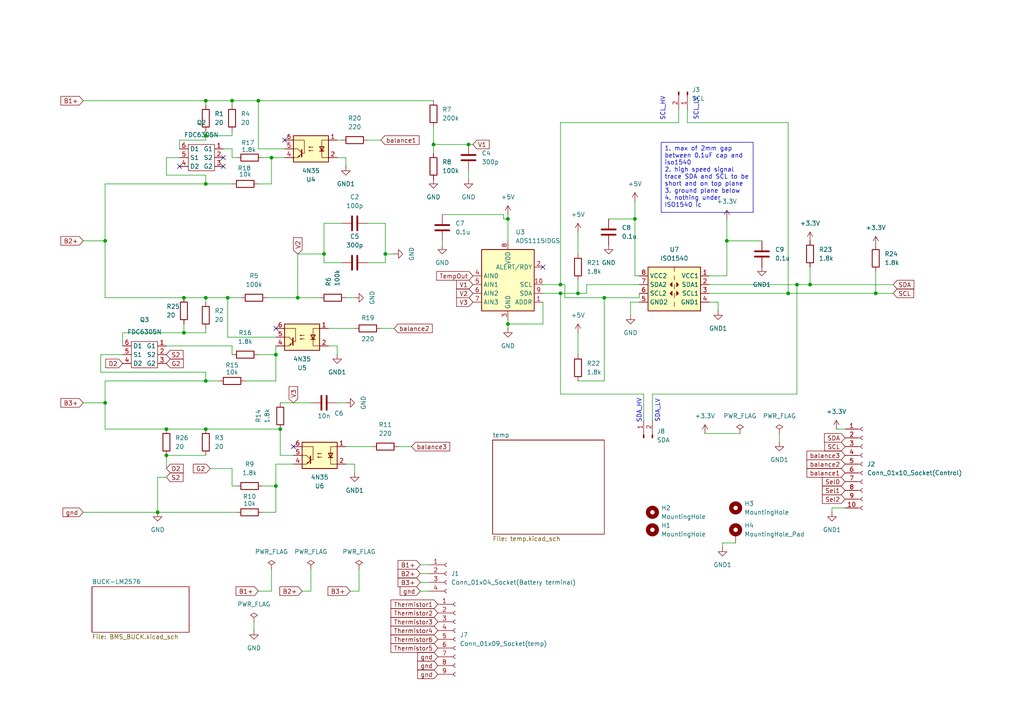
<source format=kicad_sch>
(kicad_sch (version 20231120) (generator "eeschema") (generator_version "8.0")
  (paper "A4")
  (title_block (title "Battery Management System") (rev "V_01"))
  (lib_symbols
    (symbol "Analog_ADC:ADS1115IDGS"
      (property "Reference" "U" (at 2.54 13.97 0))
      (property "Value" "ADS1115IDGS" (at 7.62 11.43 0))
      (symbol "ADS1115IDGS_1_1"
        (pin input line (at 10.16 -5.08 180) (length 2.54) (name "ADDR") (number "1"))
        (pin input line (at 10.16 0 180) (length 2.54) (name "SCL") (number "10"))
        (pin output line (at 10.16 5.08 180) (length 2.54) (name "ALERT/RDY") (number "2"))
        (pin power_in line (at 0 -10.16 90) (length 2.54) (name "GND") (number "3"))
        (pin input line (at -10.16 2.54 0) (length 2.54) (name "AIN0") (number "4"))
        (pin input line (at -10.16 0 0) (length 2.54) (name "AIN1") (number "5"))
        (pin input line (at -10.16 -2.54 0) (length 2.54) (name "AIN2") (number "6"))
        (pin input line (at -10.16 -5.08 0) (length 2.54) (name "AIN3") (number "7"))
        (pin power_in line (at 0 12.7 270) (length 2.54) (name "VDD") (number "8"))
        (pin bidirectional line (at 10.16 -2.54 180) (length 2.54) (name "SDA") (number "9"))
      )
    )
    (symbol "Connector:Conn_01x02_Pin" (pin_names (offset 1.016) hide)
      (property "Reference" "J" (at 0 2.54 0))
      (property "Value" "Conn_01x02_Pin" (at 0 -5.08 0))
      (symbol "Conn_01x02_Pin_1_1"
        (pin passive line (at 5.08 0 180) (length 3.81) (name "Pin_1") (number "1"))
        (pin passive line (at 5.08 -2.54 180) (length 3.81) (name "Pin_2") (number "2"))
      )
    )
    (symbol "Connector:Conn_01x04_Socket" (pin_names (offset 1.016) hide)
      (property "Reference" "J" (at 0 5.08 0))
      (property "Value" "Conn_01x04_Socket" (at 0 -7.62 0))
      (symbol "Conn_01x04_Socket_1_1"
        (pin passive line (at -5.08 2.54 0) (length 3.81) (name "Pin_1") (number "1"))
        (pin passive line (at -5.08 0 0) (length 3.81) (name "Pin_2") (number "2"))
        (pin passive line (at -5.08 -2.54 0) (length 3.81) (name "Pin_3") (number "3"))
        (pin passive line (at -5.08 -5.08 0) (length 3.81) (name "Pin_4") (number "4"))
      )
    )
    (symbol "Connector:Conn_01x09_Socket" (pin_names (offset 1.016) hide)
      (property "Reference" "J" (at 0 12.7 0))
      (property "Value" "Conn_01x09_Socket" (at 0 -12.7 0))
      (symbol "Conn_01x09_Socket_1_1"
        (pin passive line (at -5.08 10.16 0) (length 3.81) (name "Pin_1") (number "1"))
        (pin passive line (at -5.08 7.62 0) (length 3.81) (name "Pin_2") (number "2"))
        (pin passive line (at -5.08 5.08 0) (length 3.81) (name "Pin_3") (number "3"))
        (pin passive line (at -5.08 2.54 0) (length 3.81) (name "Pin_4") (number "4"))
        (pin passive line (at -5.08 0 0) (length 3.81) (name "Pin_5") (number "5"))
        (pin passive line (at -5.08 -2.54 0) (length 3.81) (name "Pin_6") (number "6"))
        (pin passive line (at -5.08 -5.08 0) (length 3.81) (name "Pin_7") (number "7"))
        (pin passive line (at -5.08 -7.62 0) (length 3.81) (name "Pin_8") (number "8"))
        (pin passive line (at -5.08 -10.16 0) (length 3.81) (name "Pin_9") (number "9"))
      )
    )
    (symbol "Connector:Conn_01x10_Socket" (pin_names (offset 1.016) hide)
      (property "Reference" "J" (at 0 12.7 0))
      (property "Value" "Conn_01x10_Socket" (at 0 -15.24 0))
      (symbol "Conn_01x10_Socket_1_1"
        (pin passive line (at -5.08 10.16 0) (length 3.81) (name "Pin_1") (number "1"))
        (pin passive line (at -5.08 -12.7 0) (length 3.81) (name "Pin_10") (number "10"))
        (pin passive line (at -5.08 7.62 0) (length 3.81) (name "Pin_2") (number "2"))
        (pin passive line (at -5.08 5.08 0) (length 3.81) (name "Pin_3") (number "3"))
        (pin passive line (at -5.08 2.54 0) (length 3.81) (name "Pin_4") (number "4"))
        (pin passive line (at -5.08 0 0) (length 3.81) (name "Pin_5") (number "5"))
        (pin passive line (at -5.08 -2.54 0) (length 3.81) (name "Pin_6") (number "6"))
        (pin passive line (at -5.08 -5.08 0) (length 3.81) (name "Pin_7") (number "7"))
        (pin passive line (at -5.08 -7.62 0) (length 3.81) (name "Pin_8") (number "8"))
        (pin passive line (at -5.08 -10.16 0) (length 3.81) (name "Pin_9") (number "9"))
      )
    )
    (symbol "Device:C" (pin_numbers hide) (pin_names (offset 0.254))
      (property "Reference" "C" (at 0.635 2.54 0))
      (property "Value" "C" (at 0.635 -2.54 0))
      (symbol "C_1_1"
        (pin passive line (at 0 3.81 270) (length 2.794) (name "~") (number "1"))
        (pin passive line (at 0 -3.81 90) (length 2.794) (name "~") (number "2"))
      )
    )
    (symbol "Device:R" (pin_numbers hide) (pin_names (offset 0))
      (property "Reference" "R" (at 2.032 0 90))
      (property "Value" "R" (at 0 0 90))
      (symbol "R_1_1"
        (pin passive line (at 0 3.81 270) (length 1.27) (name "~") (number "1"))
        (pin passive line (at 0 -3.81 90) (length 1.27) (name "~") (number "2"))
      )
    )
    (symbol "Isolator:4N35" (pin_names (offset 1.016))
      (property "Reference" "U" (at -5.08 5.08 0))
      (property "Value" "4N35" (at 0 5.08 0))
      (symbol "4N35_1_1"
        (pin passive line (at -7.62 2.54 0) (length 2.54) (name "~") (number "1"))
        (pin passive line (at -7.62 -2.54 0) (length 2.54) (name "~") (number "2"))
        (pin no_connect line (at -5.08 0 0) (length 2.54) hide (name "NC") (number "3"))
        (pin passive line (at 7.62 -2.54 180) (length 2.54) (name "~") (number "4"))
        (pin passive line (at 7.62 0 180) (length 2.54) (name "~") (number "5"))
        (pin passive line (at 7.62 2.54 180) (length 2.54) (name "~") (number "6"))
      )
    )
    (symbol "Isolator:ISO1540"
      (property "Reference" "U" (at -6.35 6.35 0))
      (property "Value" "ISO1540" (at 3.81 6.35 0))
      (symbol "ISO1540_1_1"
        (pin power_in line (at -10.16 2.54 0) (length 2.54) (name "VCC1") (number "1"))
        (pin bidirectional line (at -10.16 0 0) (length 2.54) (name "SDA1") (number "2"))
        (pin bidirectional line (at -10.16 -2.54 0) (length 2.54) (name "SCL1") (number "3"))
        (pin power_in line (at -10.16 -5.08 0) (length 2.54) (name "GND1") (number "4"))
        (pin power_in line (at 10.16 -5.08 180) (length 2.54) (name "GND2") (number "5"))
        (pin bidirectional line (at 10.16 -2.54 180) (length 2.54) (name "SCL2") (number "6"))
        (pin bidirectional line (at 10.16 0 180) (length 2.54) (name "SDA2") (number "7"))
        (pin power_in line (at 10.16 2.54 180) (length 2.54) (name "VCC2") (number "8"))
      )
    )
    (symbol "Mechanical:MountingHole" (pin_names (offset 1.016)) (exclude_from_sim yes) (in_bom no)
      (property "Reference" "H" (at 0 5.08 0))
      (property "Value" "MountingHole" (at 0 3.175 0))
    )
    (symbol "Mechanical:MountingHole_Pad" (pin_numbers hide) (pin_names (offset 1.016) hide) (exclude_from_sim yes) (in_bom no)
      (property "Reference" "H" (at 0 6.35 0))
      (property "Value" "MountingHole_Pad" (at 0 4.445 0))
      (symbol "MountingHole_Pad_1_1"
        (pin input line (at 0 -2.54 90) (length 2.54) (name "1") (number "1"))
      )
    )
    (symbol "custom:FDC6305N"
      (property "Reference" "Q" (at 0 0 0))
      (property "Value" "FDC6305N" (at 0 0 0))
      (symbol "FDC6305N_1_1"
        (pin passive line (at -3.81 -2.54 0) (length 2.54) (name "G1") (number "1"))
        (pin passive line (at -3.81 -5.08 0) (length 2.54) (name "S2") (number "2"))
        (pin passive line (at -3.81 -7.62 0) (length 2.54) (name "G2") (number "3"))
        (pin passive line (at 8.89 -7.62 180) (length 2.54) (name "D2") (number "4"))
        (pin passive line (at 8.89 -5.08 180) (length 2.54) (name "S1") (number "5"))
        (pin passive line (at 8.89 -2.54 180) (length 2.54) (name "D1") (number "6"))
      )
    )
    (symbol "power:+3.3V" (power) (pin_numbers hide) (pin_names (offset 0) hide)
      (property "Value" "+3.3V" (at 0 3.556 0))
      (symbol "+3.3V_1_1"
        (pin power_in line (at 0 0 90) (length 0) (name "~") (number "1"))
      )
    )
    (symbol "power:+5V" (power) (pin_numbers hide) (pin_names (offset 0) hide)
      (property "Value" "+5V" (at 0 3.556 0))
      (symbol "+5V_1_1"
        (pin power_in line (at 0 0 90) (length 0) (name "~") (number "1"))
      )
    )
    (symbol "power:GND" (power) (pin_numbers hide) (pin_names (offset 0) hide)
      (property "Value" "GND" (at 0 -3.81 0))
      (symbol "GND_1_1"
        (pin power_in line (at 0 0 270) (length 0) (name "~") (number "1"))
      )
    )
    (symbol "power:GND1" (power) (pin_numbers hide) (pin_names (offset 0) hide)
      (property "Value" "GND1" (at 0 -3.81 0))
      (symbol "GND1_1_1"
        (pin power_in line (at 0 0 270) (length 0) (name "~") (number "1"))
      )
    )
    (symbol "power:PWR_FLAG" (power) (pin_numbers hide) (pin_names (offset 0) hide)
      (property "Value" "PWR_FLAG" (at 0 3.81 0))
      (symbol "PWR_FLAG_0_0"
        (pin power_out line (at 0 0 90) (length 0) (name "~") (number "1"))
      )
    )
  )
  (junction (at 167.64 85.09))
  (junction (at 30.48 116.84))
  (junction (at 125.73 41.91))
  (junction (at 53.34 96.52))
  (junction (at 147.32 93.98))
  (junction (at 59.69 39.37))
  (junction (at 135.89 41.91))
  (junction (at 67.31 29.21))
  (junction (at 81.28 124.46))
  (junction (at 234.95 82.55))
  (junction (at 93.98 73.66))
  (junction (at 66.04 86.36))
  (junction (at 80.01 102.87))
  (junction (at 86.36 86.36))
  (junction (at 59.69 110.49))
  (junction (at 254 85.09))
  (junction (at 48.26 124.46))
  (junction (at 231.14 82.55))
  (junction (at 59.69 29.21))
  (junction (at 210.82 69.85))
  (junction (at 111.76 73.66))
  (junction (at 59.69 53.34))
  (junction (at 147.32 63.5))
  (junction (at 30.48 69.85))
  (junction (at 74.93 29.21))
  (junction (at 48.26 132.08))
  (junction (at 80.01 140.97))
  (junction (at 175.26 86.36))
  (junction (at 59.69 124.46))
  (junction (at 78.74 45.72))
  (junction (at 184.15 63.5))
  (junction (at 59.69 86.36))
  (junction (at 162.56 82.55))
  (junction (at 162.56 85.09))
  (junction (at 228.6 85.09))
  (junction (at 45.72 148.59))
  (junction (at 53.34 86.36))
  (no_connect (at 82.55 40.64))
  (no_connect (at 64.77 45.72))
  (no_connect (at 85.09 129.54))
  (no_connect (at 64.77 48.26))
  (no_connect (at 157.48 77.47))
  (no_connect (at 52.07 48.26))
  (no_connect (at 80.01 95.25))
  (wire (pts (xy 59.69 38.1) (xy 59.69 39.37)))
  (wire (pts (xy 80.01 100.33) (xy 80.01 102.87)))
  (wire (pts (xy 231.14 82.55) (xy 231.14 114.3)))
  (wire (pts (xy 45.72 148.59) (xy 68.58 148.59)))
  (wire (pts (xy 59.69 124.46) (xy 81.28 124.46)))
  (wire (pts (xy 24.13 148.59) (xy 45.72 148.59)))
  (wire (pts (xy 167.64 110.49) (xy 175.26 110.49)))
  (wire (pts (xy 185.42 86.36) (xy 185.42 85.09)))
  (wire (pts (xy 59.69 107.95) (xy 29.21 107.95)))
  (wire (pts (xy 196.85 31.75) (xy 196.85 35.56)))
  (wire (pts (xy 100.33 134.62) (xy 102.87 134.62)))
  (wire (pts (xy 121.92 166.37) (xy 124.46 166.37)))
  (wire (pts (xy 93.98 64.77) (xy 93.98 73.66)))
  (wire (pts (xy 135.89 52.07) (xy 135.89 49.53)))
  (wire (pts (xy 146.05 63.5) (xy 147.32 63.5)))
  (wire (pts (xy 81.28 124.46) (xy 81.28 132.08)))
  (wire (pts (xy 163.83 86.36) (xy 175.26 86.36)))
  (wire (pts (xy 59.69 107.95) (xy 59.69 110.49)))
  (wire (pts (xy 80.01 140.97) (xy 76.2 140.97)))
  (wire (pts (xy 182.88 91.44) (xy 182.88 87.63)))
  (wire (pts (xy 53.34 96.52) (xy 59.69 96.52)))
  (wire (pts (xy 90.17 171.45) (xy 90.17 165.1)))
  (wire (pts (xy 30.48 110.49) (xy 30.48 116.84)))
  (wire (pts (xy 86.36 73.66) (xy 93.98 73.66)))
  (wire (pts (xy 184.15 58.42) (xy 184.15 63.5)))
  (wire (pts (xy 78.74 171.45) (xy 74.93 171.45)))
  (wire (pts (xy 147.32 92.71) (xy 147.32 93.98)))
  (wire (pts (xy 162.56 82.55) (xy 162.56 35.56)))
  (wire (pts (xy 24.13 29.21) (xy 59.69 29.21)))
  (wire (pts (xy 210.82 69.85) (xy 210.82 63.5)))
  (wire (pts (xy 35.56 96.52) (xy 53.34 96.52)))
  (wire (pts (xy 121.92 168.91) (xy 124.46 168.91)))
  (wire (pts (xy 82.55 43.18) (xy 74.93 43.18)))
  (wire (pts (xy 167.64 81.28) (xy 167.64 85.09)))
  (wire (pts (xy 167.64 67.31) (xy 167.64 73.66)))
  (wire (pts (xy 205.74 85.09) (xy 228.6 85.09)))
  (wire (pts (xy 99.06 76.2) (xy 93.98 76.2)))
  (wire (pts (xy 146.05 62.23) (xy 128.27 62.23)))
  (wire (pts (xy 59.69 29.21) (xy 67.31 29.21)))
  (wire (pts (xy 189.23 121.92) (xy 189.23 114.3)))
  (wire (pts (xy 208.28 90.17) (xy 208.28 87.63)))
  (wire (pts (xy 147.32 63.5) (xy 147.32 62.23)))
  (wire (pts (xy 184.15 63.5) (xy 184.15 80.01)))
  (wire (pts (xy 30.48 53.34) (xy 30.48 69.85)))
  (wire (pts (xy 53.34 93.98) (xy 53.34 96.52)))
  (wire (pts (xy 254 85.09) (xy 259.08 85.09)))
  (wire (pts (xy 71.12 110.49) (xy 80.01 110.49)))
  (wire (pts (xy 147.32 63.5) (xy 147.32 69.85)))
  (wire (pts (xy 24.13 116.84) (xy 30.48 116.84)))
  (wire (pts (xy 85.09 134.62) (xy 80.01 134.62)))
  (wire (pts (xy 209.55 158.75) (xy 209.55 157.48)))
  (wire (pts (xy 66.04 97.79) (xy 80.01 97.79)))
  (wire (pts (xy 64.77 43.18) (xy 67.31 43.18)))
  (wire (pts (xy 74.93 29.21) (xy 125.73 29.21)))
  (wire (pts (xy 35.56 100.33) (xy 35.56 96.52)))
  (wire (pts (xy 73.66 180.34) (xy 73.66 182.88)))
  (wire (pts (xy 29.21 102.87) (xy 35.56 102.87)))
  (wire (pts (xy 100.33 129.54) (xy 107.95 129.54)))
  (wire (pts (xy 106.68 76.2) (xy 111.76 76.2)))
  (wire (pts (xy 66.04 86.36) (xy 69.85 86.36)))
  (wire (pts (xy 78.74 53.34) (xy 78.74 45.72)))
  (wire (pts (xy 111.76 64.77) (xy 111.76 73.66)))
  (wire (pts (xy 189.23 114.3) (xy 231.14 114.3)))
  (wire (pts (xy 80.01 148.59) (xy 76.2 148.59)))
  (wire (pts (xy 208.28 87.63) (xy 205.74 87.63)))
  (wire (pts (xy 205.74 82.55) (xy 231.14 82.55)))
  (wire (pts (xy 199.39 35.56) (xy 228.6 35.56)))
  (wire (pts (xy 74.93 102.87) (xy 80.01 102.87)))
  (wire (pts (xy 186.69 121.92) (xy 186.69 114.3)))
  (wire (pts (xy 67.31 29.21) (xy 74.93 29.21)))
  (wire (pts (xy 241.3 148.59) (xy 241.3 147.32)))
  (wire (pts (xy 175.26 86.36) (xy 185.42 86.36)))
  (wire (pts (xy 100.33 86.36) (xy 102.87 86.36)))
  (wire (pts (xy 184.15 80.01) (xy 185.42 80.01)))
  (wire (pts (xy 59.69 110.49) (xy 63.5 110.49)))
  (wire (pts (xy 170.18 85.09) (xy 170.18 82.55)))
  (wire (pts (xy 59.69 40.64) (xy 52.07 40.64)))
  (wire (pts (xy 59.69 50.8) (xy 59.69 53.34)))
  (wire (pts (xy 104.14 171.45) (xy 104.14 165.1)))
  (wire (pts (xy 182.88 87.63) (xy 185.42 87.63)))
  (wire (pts (xy 45.72 138.43) (xy 45.72 148.59)))
  (wire (pts (xy 175.26 110.49) (xy 175.26 86.36)))
  (wire (pts (xy 231.14 82.55) (xy 234.95 82.55)))
  (wire (pts (xy 59.69 86.36) (xy 59.69 87.63)))
  (wire (pts (xy 80.01 140.97) (xy 80.01 148.59)))
  (wire (pts (xy 59.69 53.34) (xy 67.31 53.34)))
  (wire (pts (xy 167.64 96.52) (xy 167.64 102.87)))
  (wire (pts (xy 234.95 82.55) (xy 259.08 82.55)))
  (wire (pts (xy 95.25 95.25) (xy 102.87 95.25)))
  (wire (pts (xy 115.57 129.54) (xy 119.38 129.54)))
  (wire (pts (xy 97.79 40.64) (xy 99.06 40.64)))
  (wire (pts (xy 106.68 40.64) (xy 110.49 40.64)))
  (wire (pts (xy 53.34 86.36) (xy 59.69 86.36)))
  (wire (pts (xy 135.89 41.91) (xy 137.16 41.91)))
  (wire (pts (xy 162.56 114.3) (xy 186.69 114.3)))
  (wire (pts (xy 111.76 76.2) (xy 111.76 73.66)))
  (wire (pts (xy 48.26 100.33) (xy 67.31 100.33)))
  (wire (pts (xy 74.93 53.34) (xy 78.74 53.34)))
  (wire (pts (xy 67.31 43.18) (xy 67.31 45.72)))
  (wire (pts (xy 30.48 86.36) (xy 53.34 86.36)))
  (wire (pts (xy 29.21 107.95) (xy 29.21 102.87)))
  (wire (pts (xy 100.33 45.72) (xy 100.33 48.26)))
  (wire (pts (xy 167.64 85.09) (xy 170.18 85.09)))
  (wire (pts (xy 30.48 124.46) (xy 48.26 124.46)))
  (wire (pts (xy 170.18 82.55) (xy 185.42 82.55)))
  (wire (pts (xy 52.07 45.72) (xy 48.26 45.72)))
  (wire (pts (xy 128.27 69.85) (xy 128.27 71.12)))
  (wire (pts (xy 121.92 163.83) (xy 124.46 163.83)))
  (wire (pts (xy 162.56 85.09) (xy 167.64 85.09)))
  (wire (pts (xy 48.26 50.8) (xy 59.69 50.8)))
  (wire (pts (xy 59.69 53.34) (xy 30.48 53.34)))
  (wire (pts (xy 87.63 171.45) (xy 90.17 171.45)))
  (wire (pts (xy 162.56 82.55) (xy 163.83 82.55)))
  (wire (pts (xy 67.31 140.97) (xy 67.31 135.89)))
  (wire (pts (xy 162.56 35.56) (xy 196.85 35.56)))
  (wire (pts (xy 163.83 82.55) (xy 163.83 86.36)))
  (wire (pts (xy 48.26 138.43) (xy 45.72 138.43)))
  (wire (pts (xy 106.68 64.77) (xy 111.76 64.77)))
  (wire (pts (xy 97.79 45.72) (xy 100.33 45.72)))
  (wire (pts (xy 147.32 93.98) (xy 147.32 95.25)))
  (wire (pts (xy 81.28 132.08) (xy 85.09 132.08)))
  (wire (pts (xy 66.04 86.36) (xy 66.04 97.79)))
  (wire (pts (xy 125.73 36.83) (xy 125.73 41.91)))
  (wire (pts (xy 48.26 132.08) (xy 59.69 132.08)))
  (wire (pts (xy 125.73 41.91) (xy 125.73 44.45)))
  (wire (pts (xy 59.69 95.25) (xy 59.69 96.52)))
  (wire (pts (xy 80.01 102.87) (xy 80.01 110.49)))
  (wire (pts (xy 157.48 82.55) (xy 162.56 82.55)))
  (wire (pts (xy 157.48 85.09) (xy 162.56 85.09)))
  (wire (pts (xy 59.69 39.37) (xy 59.69 40.64)))
  (wire (pts (xy 24.13 69.85) (xy 30.48 69.85)))
  (wire (pts (xy 242.57 124.46) (xy 245.11 124.46)))
  (wire (pts (xy 67.31 30.48) (xy 67.31 29.21)))
  (wire (pts (xy 30.48 116.84) (xy 30.48 124.46)))
  (wire (pts (xy 67.31 100.33) (xy 67.31 102.87)))
  (wire (pts (xy 110.49 95.25) (xy 114.3 95.25)))
  (wire (pts (xy 204.47 125.73) (xy 214.63 125.73)))
  (wire (pts (xy 59.69 29.21) (xy 59.69 30.48)))
  (wire (pts (xy 226.06 125.73) (xy 226.06 128.27)))
  (wire (pts (xy 59.69 110.49) (xy 30.48 110.49)))
  (wire (pts (xy 210.82 80.01) (xy 210.82 69.85)))
  (wire (pts (xy 228.6 85.09) (xy 254 85.09)))
  (wire (pts (xy 228.6 85.09) (xy 228.6 35.56)))
  (wire (pts (xy 102.87 134.62) (xy 102.87 137.16)))
  (wire (pts (xy 76.2 45.72) (xy 78.74 45.72)))
  (wire (pts (xy 121.92 171.45) (xy 124.46 171.45)))
  (wire (pts (xy 95.25 100.33) (xy 97.79 100.33)))
  (wire (pts (xy 125.73 41.91) (xy 135.89 41.91)))
  (wire (pts (xy 101.6 171.45) (xy 104.14 171.45)))
  (wire (pts (xy 241.3 147.32) (xy 245.11 147.32)))
  (wire (pts (xy 48.26 132.08) (xy 48.26 135.89)))
  (wire (pts (xy 210.82 69.85) (xy 220.98 69.85)))
  (wire (pts (xy 162.56 85.09) (xy 162.56 114.3)))
  (wire (pts (xy 48.26 45.72) (xy 48.26 50.8)))
  (wire (pts (xy 80.01 134.62) (xy 80.01 140.97)))
  (wire (pts (xy 254 78.74) (xy 254 85.09)))
  (wire (pts (xy 93.98 73.66) (xy 93.98 76.2)))
  (wire (pts (xy 68.58 140.97) (xy 67.31 140.97)))
  (wire (pts (xy 30.48 69.85) (xy 30.48 86.36)))
  (wire (pts (xy 199.39 31.75) (xy 199.39 35.56)))
  (wire (pts (xy 157.48 87.63) (xy 157.48 93.98)))
  (wire (pts (xy 67.31 38.1) (xy 67.31 39.37)))
  (wire (pts (xy 205.74 80.01) (xy 210.82 80.01)))
  (wire (pts (xy 78.74 45.72) (xy 82.55 45.72)))
  (wire (pts (xy 74.93 43.18) (xy 74.93 29.21)))
  (wire (pts (xy 93.98 64.77) (xy 99.06 64.77)))
  (wire (pts (xy 176.53 63.5) (xy 184.15 63.5)))
  (wire (pts (xy 97.79 100.33) (xy 97.79 102.87)))
  (wire (pts (xy 48.26 124.46) (xy 59.69 124.46)))
  (wire (pts (xy 111.76 73.66) (xy 114.3 73.66)))
  (wire (pts (xy 234.95 77.47) (xy 234.95 82.55)))
  (wire (pts (xy 67.31 135.89) (xy 60.96 135.89)))
  (wire (pts (xy 77.47 86.36) (xy 86.36 86.36)))
  (wire (pts (xy 86.36 73.66) (xy 86.36 86.36)))
  (wire (pts (xy 146.05 63.5) (xy 146.05 62.23)))
  (wire (pts (xy 67.31 45.72) (xy 68.58 45.72)))
  (wire (pts (xy 86.36 86.36) (xy 92.71 86.36)))
  (wire (pts (xy 59.69 86.36) (xy 66.04 86.36)))
  (wire (pts (xy 81.28 116.84) (xy 90.17 116.84)))
  (wire (pts (xy 97.79 116.84) (xy 100.33 116.84)))
  (wire (pts (xy 78.74 165.1) (xy 78.74 171.45)))
  (wire (pts (xy 157.48 93.98) (xy 147.32 93.98)))
  (wire (pts (xy 213.36 157.48) (xy 209.55 157.48)))
  (wire (pts (xy 59.69 39.37) (xy 67.31 39.37)))
  (wire (pts (xy 52.07 40.64) (xy 52.07 43.18)))
  (text_box "1. max of 2mm gap between 0.1uF cap and iso1540\n2. high speed signal trace SDA and SCL to be short and on top plane\n3. ground plane below\n4. nothing under ISO1540 ic\n" (at 191.77 41.275 0) (size 26.67 20.32) (effects (font (size 1.27 1.27)) (justify left top)))
  (text "SDA_HV\n" (at 185.42 119.126 90) (effects (font (size 1.27 1.27))))
  (text "SCL_LV\n" (at 201.93 31.496 90) (effects (font (size 1.27 1.27))))
  (text "SDA_LV" (at 190.754 119.126 90) (effects (font (size 1.27 1.27))))
  (text "SCL_HV" (at 192.278 31.496 90) (effects (font (size 1.27 1.27))))
  (global_label "Thermistor3" (shape input) (at 127 180.34 180) (property "Intersheetrefs" "${INTERSHEET_REFS}" (effects (hide yes))))
  (global_label "D2" (shape input) (at 48.26 135.89 0) (property "Intersheetrefs" "${INTERSHEET_REFS}" (effects (hide yes))))
  (global_label "B3+" (shape input) (at 24.13 116.84 180) (property "Intersheetrefs" "${INTERSHEET_REFS}" (effects (hide yes))))
  (global_label "G2" (shape input) (at 48.26 105.41 0) (property "Intersheetrefs" "${INTERSHEET_REFS}" (effects (hide yes))))
  (global_label "gnd" (shape input) (at 127 193.04 180) (property "Intersheetrefs" "${INTERSHEET_REFS}" (effects (hide yes))))
  (global_label "SDA" (shape input) (at 245.11 127 180) (property "Intersheetrefs" "${INTERSHEET_REFS}" (effects (hide yes))))
  (global_label "Thermistor5" (shape input) (at 127 187.96 180) (property "Intersheetrefs" "${INTERSHEET_REFS}" (effects (hide yes))))
  (global_label "gnd" (shape input) (at 127 190.5 180) (property "Intersheetrefs" "${INTERSHEET_REFS}" (effects (hide yes))))
  (global_label "V2" (shape input) (at 137.16 85.09 180) (property "Intersheetrefs" "${INTERSHEET_REFS}" (effects (hide yes))))
  (global_label "V1" (shape input) (at 137.16 82.55 180) (property "Intersheetrefs" "${INTERSHEET_REFS}" (effects (hide yes))))
  (global_label "gnd" (shape input) (at 127 195.58 180) (property "Intersheetrefs" "${INTERSHEET_REFS}" (effects (hide yes))))
  (global_label "balance3" (shape input) (at 245.11 132.08 180) (property "Intersheetrefs" "${INTERSHEET_REFS}" (effects (hide yes))))
  (global_label "Sel1" (shape input) (at 245.11 142.24 180) (property "Intersheetrefs" "${INTERSHEET_REFS}" (effects (hide yes))))
  (global_label "Thermistor2" (shape input) (at 127 177.8 180) (property "Intersheetrefs" "${INTERSHEET_REFS}" (effects (hide yes))))
  (global_label "TempOut" (shape input) (at 137.16 80.01 180) (property "Intersheetrefs" "${INTERSHEET_REFS}" (effects (hide yes))))
  (global_label "B2+" (shape input) (at 24.13 69.85 180) (property "Intersheetrefs" "${INTERSHEET_REFS}" (effects (hide yes))))
  (global_label "gnd" (shape input) (at 121.92 171.45 180) (property "Intersheetrefs" "${INTERSHEET_REFS}" (effects (hide yes))))
  (global_label "B2+" (shape input) (at 87.63 171.45 180) (property "Intersheetrefs" "${INTERSHEET_REFS}" (effects (hide yes))))
  (global_label "B3+" (shape input) (at 121.92 168.91 180) (property "Intersheetrefs" "${INTERSHEET_REFS}" (effects (hide yes))))
  (global_label "SCL" (shape input) (at 245.11 129.54 180) (property "Intersheetrefs" "${INTERSHEET_REFS}" (effects (hide yes))))
  (global_label "D2" (shape input) (at 35.56 105.41 180) (property "Intersheetrefs" "${INTERSHEET_REFS}" (effects (hide yes))))
  (global_label "Thermistor1" (shape input) (at 127 175.26 180) (property "Intersheetrefs" "${INTERSHEET_REFS}" (effects (hide yes))))
  (global_label "Sel0" (shape input) (at 245.11 139.7 180) (property "Intersheetrefs" "${INTERSHEET_REFS}" (effects (hide yes))))
  (global_label "B1+" (shape input) (at 24.13 29.21 180) (property "Intersheetrefs" "${INTERSHEET_REFS}" (effects (hide yes))))
  (global_label "Sel2" (shape input) (at 245.11 144.78 180) (property "Intersheetrefs" "${INTERSHEET_REFS}" (effects (hide yes))))
  (global_label "balance2" (shape input) (at 114.3 95.25 0) (property "Intersheetrefs" "${INTERSHEET_REFS}" (effects (hide yes))))
  (global_label "SCL" (shape input) (at 259.08 85.09 0) (property "Intersheetrefs" "${INTERSHEET_REFS}" (effects (hide yes))))
  (global_label "B1+" (shape input) (at 121.92 163.83 180) (property "Intersheetrefs" "${INTERSHEET_REFS}" (effects (hide yes))))
  (global_label "balance3" (shape input) (at 119.38 129.54 0) (property "Intersheetrefs" "${INTERSHEET_REFS}" (effects (hide yes))))
  (global_label "B3+" (shape input) (at 101.6 171.45 180) (property "Intersheetrefs" "${INTERSHEET_REFS}" (effects (hide yes))))
  (global_label "S2" (shape input) (at 48.26 102.87 0) (property "Intersheetrefs" "${INTERSHEET_REFS}" (effects (hide yes))))
  (global_label "B1+" (shape input) (at 74.93 171.45 180) (property "Intersheetrefs" "${INTERSHEET_REFS}" (effects (hide yes))))
  (global_label "V2" (shape input) (at 86.36 73.66 90) (property "Intersheetrefs" "${INTERSHEET_REFS}" (effects (hide yes))))
  (global_label "balance2" (shape input) (at 245.11 134.62 180) (property "Intersheetrefs" "${INTERSHEET_REFS}" (effects (hide yes))))
  (global_label "balance1" (shape input) (at 110.49 40.64 0) (property "Intersheetrefs" "${INTERSHEET_REFS}" (effects (hide yes))))
  (global_label "Thermistor6" (shape input) (at 127 185.42 180) (property "Intersheetrefs" "${INTERSHEET_REFS}" (effects (hide yes))))
  (global_label "S2" (shape input) (at 48.26 138.43 0) (property "Intersheetrefs" "${INTERSHEET_REFS}" (effects (hide yes))))
  (global_label "Thermistor4" (shape input) (at 127 182.88 180) (property "Intersheetrefs" "${INTERSHEET_REFS}" (effects (hide yes))))
  (global_label "G2" (shape input) (at 60.96 135.89 180) (property "Intersheetrefs" "${INTERSHEET_REFS}" (effects (hide yes))))
  (global_label "V1" (shape input) (at 137.16 41.91 0) (property "Intersheetrefs" "${INTERSHEET_REFS}" (effects (hide yes))))
  (global_label "V3" (shape input) (at 137.16 87.63 180) (property "Intersheetrefs" "${INTERSHEET_REFS}" (effects (hide yes))))
  (global_label "gnd" (shape input) (at 24.13 148.59 180) (property "Intersheetrefs" "${INTERSHEET_REFS}" (effects (hide yes))))
  (global_label "balance1" (shape input) (at 245.11 137.16 180) (property "Intersheetrefs" "${INTERSHEET_REFS}" (effects (hide yes))))
  (global_label "SDA" (shape input) (at 259.08 82.55 0) (property "Intersheetrefs" "${INTERSHEET_REFS}" (effects (hide yes))))
  (global_label "V3" (shape input) (at 85.09 116.84 90) (property "Intersheetrefs" "${INTERSHEET_REFS}" (effects (hide yes))))
  (global_label "B2+" (shape input) (at 121.92 166.37 180) (property "Intersheetrefs" "${INTERSHEET_REFS}" (effects (hide yes))))
  (symbol (lib_id "power:GND1") (at 220.98 77.47 0) (unit 1)
    (property "Reference" "#PWR021" (effects (hide yes)))
    (property "Value" "GND1" (at 220.98 82.55 0))
    (property "Description" "Power symbol creates a global label with name \"GND1\" , ground" (effects (hide yes)))
  )
  (symbol (lib_id "Device:R") (at 67.31 34.29 0) (unit 1)
    (property "Reference" "R4" (at 69.85 33.0199 0) (effects (justify left)))
    (property "Value" "20" (at 69.85 35.5599 0) (effects (justify left)))
    (property "Footprint" "Resistor_SMD:R_2512_6332Metric_Pad1.40x3.35mm_HandSolder" (effects (hide yes)))
    (property "Description" "Resistor" (effects (hide yes)))
  )
  (symbol (lib_id "power:+5V") (at 184.15 58.42 0) (unit 1)
    (property "Reference" "#PWR017" (effects (hide yes)))
    (property "Value" "+5V" (at 184.15 53.34 0))
    (property "Description" "Power symbol creates a global label with name \"+5V\"" (effects (hide yes)))
  )
  (symbol (lib_id "Device:C") (at 102.87 76.2 90) (unit 1)
    (property "Reference" "C5" (at 102.87 68.58 90))
    (property "Value" "300p" (at 102.87 71.12 90))
    (property "Footprint" "Capacitor_SMD:C_0805_2012Metric_Pad1.18x1.45mm_HandSolder" (effects (hide yes)))
    (property "Description" "Unpolarized capacitor" (effects (hide yes)))
  )
  (symbol (lib_id "power:GND") (at 135.89 52.07 0) (unit 1)
    (property "Reference" "#PWR012" (effects (hide yes)))
    (property "Value" "GND" (at 135.89 57.15 0))
    (property "Description" "Power symbol creates a global label with name \"GND\" , ground" (effects (hide yes)))
  )
  (symbol (lib_id "Connector:Conn_01x02_Pin") (at 199.39 26.67 270) (unit 1)
    (property "Reference" "J3" (at 200.66 26.0349 90) (effects (justify left)))
    (property "Value" "SCL" (at 200.66 28.5749 90) (effects (justify left)))
    (property "Footprint" "Connector_PinHeader_2.54mm:PinHeader_1x02_P2.54mm_Vertical" (effects (hide yes)))
    (property "Description" "Generic connector, single row, 01x02, script generated" (effects (hide yes)))
  )
  (symbol (lib_id "custom:FDC6305N") (at 60.96 40.64 0) (mirror y) (unit 1)
    (property "Reference" "Q2" (at 58.42 35.56 0))
    (property "Value" "FDC6305N" (at 58.42 39.116 0))
    (property "Footprint" "Package_TO_SOT_SMD:SuperSOT-6" (effects (hide yes)))
    (property "Datasheet" "https://www.mouser.in/datasheet/2/308/1/FDC6305N_D-2311998.pdf" (effects (hide yes)))
  )
  (symbol (lib_id "Device:R") (at 73.66 86.36 90) (unit 1)
    (property "Reference" "R5" (at 73.66 80.01 90))
    (property "Value" "100k" (at 73.66 82.55 90))
    (property "Footprint" "Resistor_SMD:R_0805_2012Metric_Pad1.20x1.40mm_HandSolder" (effects (hide yes)))
    (property "Description" "Resistor" (effects (hide yes)))
  )
  (symbol (lib_id "power:GND1") (at 102.87 137.16 0) (unit 1)
    (property "Reference" "#PWR011" (effects (hide yes)))
    (property "Value" "GND1" (at 102.87 142.24 0))
    (property "Description" "Power symbol creates a global label with name \"GND1\" , ground" (effects (hide yes)))
  )
  (symbol (lib_id "power:PWR_FLAG") (at 73.66 180.34 0) (unit 1)
    (property "Reference" "#FLG05" (effects (hide yes)))
    (property "Value" "PWR_FLAG" (at 73.66 175.26 0))
    (property "Description" "Special symbol for telling ERC where power comes from" (effects (hide yes)))
  )
  (symbol (lib_id "power:GND") (at 73.66 182.88 0) (unit 1)
    (property "Reference" "#PWR031" (effects (hide yes)))
    (property "Value" "GND" (at 73.66 187.96 0))
    (property "Description" "Power symbol creates a global label with name \"GND\" , ground" (effects (hide yes)))
  )
  (symbol (lib_id "power:PWR_FLAG") (at 104.14 165.1 0) (unit 1)
    (property "Reference" "#FLG03" (effects (hide yes)))
    (property "Value" "PWR_FLAG" (at 104.14 160.02 0))
    (property "Description" "Special symbol for telling ERC where power comes from" (effects (hide yes)))
  )
  (symbol (lib_id "Connector:Conn_01x10_Socket") (at 250.19 134.62 0) (unit 1)
    (property "Reference" "J2" (at 251.46 134.6199 0) (effects (justify left)))
    (property "Value" "Conn_01x10_Socket(Control)" (at 251.46 137.1599 0) (effects (justify left)))
    (property "Footprint" "Connector_JST:JST_XH_S10B-XH-A-1_1x10_P2.50mm_Horizontal" (effects (hide yes)))
    (property "Description" "Generic connector, single row, 01x10, script generated" (effects (hide yes)))
  )
  (symbol (lib_id "power:GND1") (at 226.06 128.27 0) (unit 1)
    (property "Reference" "#PWR032" (effects (hide yes)))
    (property "Value" "GND1" (at 226.06 133.35 0))
    (property "Description" "Power symbol creates a global label with name \"GND1\" , ground" (effects (hide yes)))
  )
  (symbol (lib_id "power:GND1") (at 208.28 90.17 0) (unit 1)
    (property "Reference" "#PWR022" (effects (hide yes)))
    (property "Value" "GND1" (at 208.28 95.25 0))
    (property "Description" "Power symbol creates a global label with name \"GND1\" , ground" (effects (hide yes)))
  )
  (symbol (lib_id "Mechanical:MountingHole") (at 189.23 153.67 0) (unit 1) (exclude_from_sim yes) (in_bom no)
    (property "Reference" "H1" (at 191.77 152.3999 0) (effects (justify left)))
    (property "Value" "MountingHole" (at 191.77 154.9399 0) (effects (justify left)))
    (property "Footprint" "MountingHole:MountingHole_3.2mm_M3" (effects (hide yes)))
    (property "Description" "Mounting Hole without connection" (effects (hide yes)))
  )
  (symbol (lib_id "Device:R") (at 53.34 90.17 0) (unit 1)
    (property "Reference" "R25" (at 48.26 88.9 0) (effects (justify left)))
    (property "Value" "20" (at 48.26 91.44 0) (effects (justify left)))
    (property "Footprint" "Resistor_SMD:R_2512_6332Metric_Pad1.40x3.35mm_HandSolder" (effects (hide yes)))
    (property "Description" "Resistor" (effects (hide yes)))
  )
  (symbol (lib_id "power:GND1") (at 100.33 48.26 0) (unit 1)
    (property "Reference" "#PWR014" (effects (hide yes)))
    (property "Value" "GND1" (at 100.33 53.34 0))
    (property "Description" "Power symbol creates a global label with name \"GND1\" , ground" (effects (hide yes)))
  )
  (symbol (lib_id "Device:C") (at 135.89 45.72 0) (unit 1)
    (property "Reference" "C4" (at 139.7 44.4499 0) (effects (justify left)))
    (property "Value" "300p" (at 139.7 46.9899 0) (effects (justify left)))
    (property "Footprint" "Capacitor_SMD:C_0805_2012Metric_Pad1.18x1.45mm_HandSolder" (effects (hide yes)))
    (property "Description" "Unpolarized capacitor" (effects (hide yes)))
  )
  (symbol (lib_id "custom:FDC6305N") (at 44.45 97.79 0) (mirror y) (unit 1)
    (property "Reference" "Q3" (at 41.91 92.71 0))
    (property "Value" "FDC6305N" (at 41.91 96.266 0))
    (property "Footprint" "Package_TO_SOT_SMD:SuperSOT-6" (effects (hide yes)))
    (property "Datasheet" "https://www.mouser.in/datasheet/2/308/1/FDC6305N_D-2311998.pdf" (effects (hide yes)))
  )
  (symbol (lib_id "Device:R") (at 125.73 48.26 0) (unit 1)
    (property "Reference" "R8" (at 128.27 46.9899 0) (effects (justify left)))
    (property "Value" "100k" (at 128.27 49.5299 0) (effects (justify left)))
    (property "Footprint" "Resistor_SMD:R_0805_2012Metric_Pad1.20x1.40mm_HandSolder" (effects (hide yes)))
    (property "Description" "Resistor" (effects (hide yes)))
  )
  (symbol (lib_id "Device:C") (at 176.53 67.31 0) (unit 1)
    (property "Reference" "C8" (at 180.34 66.0399 0) (effects (justify left)))
    (property "Value" "0.1u" (at 180.34 68.5799 0) (effects (justify left)))
    (property "Footprint" "Capacitor_SMD:C_0603_1608Metric_Pad1.08x0.95mm_HandSolder" (effects (hide yes)))
    (property "Description" "Unpolarized capacitor" (effects (hide yes)))
  )
  (symbol (lib_id "Mechanical:MountingHole_Pad") (at 213.36 154.94 0) (unit 1) (exclude_from_sim yes) (in_bom no)
    (property "Reference" "H4" (at 215.9 152.3999 0) (effects (justify left)))
    (property "Value" "MountingHole_Pad" (at 215.9 154.9399 0) (effects (justify left)))
    (property "Footprint" "MountingHole:MountingHole_3.2mm_M3_DIN965_Pad" (effects (hide yes)))
    (property "Description" "Mounting Hole with connection" (effects (hide yes)))
  )
  (symbol (lib_id "Device:R") (at 254 74.93 180) (unit 1)
    (property "Reference" "R24" (at 256.54 73.6599 0) (effects (justify right)))
    (property "Value" "1.8k" (at 256.54 76.1999 0) (effects (justify right)))
    (property "Footprint" "Resistor_SMD:R_0805_2012Metric_Pad1.20x1.40mm_HandSolder" (effects (hide yes)))
    (property "Description" "Resistor" (effects (hide yes)))
  )
  (symbol (lib_id "Isolator:4N35") (at 90.17 43.18 0) (mirror y) (unit 1)
    (property "Reference" "U4" (at 90.17 52.07 0))
    (property "Value" "4N35" (at 90.17 49.53 0))
    (property "Footprint" "Package_DIP:DIP-6_W7.62mm" (effects (hide yes)))
    (property "Datasheet" "https://www.vishay.com/docs/81181/4n35.pdf" (effects (hide yes)))
    (property "Description" "Optocoupler, Phototransistor Output, with Base Connection, Vce 70V, CTR 100%, Viso 5000V, DIP6" (effects (hide yes)))
  )
  (symbol (lib_id "Device:R") (at 59.69 91.44 0) (unit 1)
    (property "Reference" "R2" (at 62.23 90.1699 0) (effects (justify left)))
    (property "Value" "20" (at 62.23 92.7099 0) (effects (justify left)))
    (property "Footprint" "Resistor_SMD:R_2512_6332Metric_Pad1.40x3.35mm_HandSolder" (effects (hide yes)))
    (property "Description" "Resistor" (effects (hide yes)))
  )
  (symbol (lib_id "power:+3.3V") (at 204.47 125.73 0) (unit 1)
    (property "Reference" "#PWR028" (effects (hide yes)))
    (property "Value" "+3.3V" (at 204.47 120.65 0))
    (property "Description" "Power symbol creates a global label with name \"+3.3V\"" (effects (hide yes)))
  )
  (symbol (lib_id "power:GND1") (at 97.79 102.87 0) (unit 1)
    (property "Reference" "#PWR01" (effects (hide yes)))
    (property "Value" "GND1" (at 97.79 107.95 0))
    (property "Description" "Power symbol creates a global label with name \"GND1\" , ground" (effects (hide yes)))
  )
  (symbol (lib_id "Connector:Conn_01x04_Socket") (at 129.54 166.37 0) (unit 1)
    (property "Reference" "J1" (at 130.81 166.3699 0) (effects (justify left)))
    (property "Value" "Conn_01x04_Socket(Battery terminal)" (at 130.81 168.9099 0) (effects (justify left)))
    (property "Footprint" "Connector_JST:JST_XH_S4B-XH-A_1x04_P2.50mm_Horizontal" (effects (hide yes)))
    (property "Description" "Generic connector, single row, 01x04, script generated" (effects (hide yes)))
  )
  (symbol (lib_id "Mechanical:MountingHole") (at 213.36 147.32 0) (unit 1) (exclude_from_sim yes) (in_bom no)
    (property "Reference" "H3" (at 215.9 146.0499 0) (effects (justify left)))
    (property "Value" "MountingHole" (at 215.9 148.5899 0) (effects (justify left)))
    (property "Footprint" "MountingHole:MountingHole_3.2mm_M3" (effects (hide yes)))
    (property "Description" "Mounting Hole without connection" (effects (hide yes)))
  )
  (symbol (lib_id "power:GND1") (at 241.3 148.59 0) (unit 1)
    (property "Reference" "#PWR030" (effects (hide yes)))
    (property "Value" "GND1" (at 241.3 153.67 0))
    (property "Description" "Power symbol creates a global label with name \"GND1\" , ground" (effects (hide yes)))
  )
  (symbol (lib_id "Isolator:ISO1540") (at 195.58 82.55 0) (mirror y) (unit 1)
    (property "Reference" "U7" (at 195.58 72.39 0))
    (property "Value" "ISO1540" (at 195.58 74.93 0))
    (property "Footprint" "Package_SO:SOIC-8_3.9x4.9mm_P1.27mm" (effects (hide yes)))
    (property "Datasheet" "http://www.ti.com/lit/ds/symlink/iso1541.pdf" (effects (hide yes)))
    (property "Description" "I2C Isolator, 2.5 kVrms, Bidirectional clock and data, SOIC-8" (effects (hide yes)))
  )
  (symbol (lib_id "power:+5V") (at 147.32 62.23 0) (unit 1)
    (property "Reference" "#PWR07" (effects (hide yes)))
    (property "Value" "+5V" (at 147.32 57.15 0))
    (property "Description" "Power symbol creates a global label with name \"+5V\"" (effects (hide yes)))
  )
  (symbol (lib_id "Device:R") (at 71.12 102.87 90) (unit 1)
    (property "Reference" "R16" (at 71.12 96.52 90))
    (property "Value" "1.8k" (at 71.12 99.06 90))
    (property "Footprint" "Resistor_SMD:R_0805_2012Metric_Pad1.20x1.40mm_HandSolder" (effects (hide yes)))
    (property "Description" "Resistor" (effects (hide yes)))
  )
  (symbol (lib_id "Connector:Conn_01x02_Pin") (at 186.69 127 90) (unit 1)
    (property "Reference" "J8" (at 190.5 125.0949 90) (effects (justify right)))
    (property "Value" "SDA" (at 190.5 127.6349 90) (effects (justify right)))
    (property "Footprint" "Connector_PinHeader_2.54mm:PinHeader_1x02_P2.54mm_Vertical" (effects (hide yes)))
    (property "Description" "Generic connector, single row, 01x02, script generated" (effects (hide yes)))
  )
  (symbol (lib_id "Isolator:4N35") (at 87.63 97.79 0) (mirror y) (unit 1)
    (property "Reference" "U5" (at 87.63 106.68 0))
    (property "Value" "4N35" (at 87.63 104.14 0))
    (property "Footprint" "Package_DIP:DIP-6_W7.62mm" (effects (hide yes)))
    (property "Datasheet" "https://www.vishay.com/docs/81181/4n35.pdf" (effects (hide yes)))
    (property "Description" "Optocoupler, Phototransistor Output, with Base Connection, Vce 70V, CTR 100%, Viso 5000V, DIP6" (effects (hide yes)))
  )
  (symbol (lib_id "power:+5V") (at 167.64 67.31 0) (unit 1)
    (property "Reference" "#PWR024" (effects (hide yes)))
    (property "Value" "+5V" (at 167.64 62.23 0))
    (property "Description" "Power symbol creates a global label with name \"+5V\"" (effects (hide yes)))
  )
  (symbol (lib_id "power:PWR_FLAG") (at 226.06 125.73 0) (unit 1)
    (property "Reference" "#FLG06" (effects (hide yes)))
    (property "Value" "PWR_FLAG" (at 226.06 120.65 0))
    (property "Description" "Special symbol for telling ERC where power comes from" (effects (hide yes)))
  )
  (symbol (lib_id "Isolator:4N35") (at 92.71 132.08 0) (mirror y) (unit 1)
    (property "Reference" "U6" (at 92.71 140.97 0))
    (property "Value" "4N35" (at 92.71 138.43 0))
    (property "Footprint" "Package_DIP:DIP-6_W7.62mm" (effects (hide yes)))
    (property "Datasheet" "https://www.vishay.com/docs/81181/4n35.pdf" (effects (hide yes)))
    (property "Description" "Optocoupler, Phototransistor Output, with Base Connection, Vce 70V, CTR 100%, Viso 5000V, DIP6" (effects (hide yes)))
  )
  (symbol (lib_id "Device:R") (at 96.52 86.36 90) (unit 1)
    (property "Reference" "R6" (at 95.25 83.058 0) (effects (justify left)))
    (property "Value" "100k" (at 97.79 83.058 0) (effects (justify left)))
    (property "Footprint" "Resistor_SMD:R_0805_2012Metric_Pad1.20x1.40mm_HandSolder" (effects (hide yes)))
    (property "Description" "Resistor" (effects (hide yes)))
  )
  (symbol (lib_id "Device:C") (at 128.27 66.04 0) (unit 1)
    (property "Reference" "C7" (at 132.08 64.7699 0) (effects (justify left)))
    (property "Value" "0.1u" (at 132.08 67.3099 0) (effects (justify left)))
    (property "Footprint" "Capacitor_SMD:C_0603_1608Metric_Pad1.08x0.95mm_HandSolder" (effects (hide yes)))
    (property "Description" "Unpolarized capacitor" (effects (hide yes)))
  )
  (symbol (lib_id "Connector:Conn_01x09_Socket") (at 132.08 185.42 0) (unit 1)
    (property "Reference" "J7" (at 133.35 184.1499 0) (effects (justify left)))
    (property "Value" "Conn_01x09_Socket(temp)" (at 133.35 186.6899 0) (effects (justify left)))
    (property "Footprint" "Connector_JST:JST_XH_S9B-XH-A-1_1x09_P2.50mm_Horizontal" (effects (hide yes)))
    (property "Description" "Generic connector, single row, 01x09, script generated" (effects (hide yes)))
  )
  (symbol (lib_id "power:PWR_FLAG") (at 214.63 125.73 0) (unit 1)
    (property "Reference" "#FLG04" (effects (hide yes)))
    (property "Value" "PWR_FLAG" (at 214.63 120.65 0))
    (property "Description" "Special symbol for telling ERC where power comes from" (effects (hide yes)))
  )
  (symbol (lib_id "Device:R") (at 71.12 53.34 90) (unit 1)
    (property "Reference" "R18" (at 70.866 48.768 90))
    (property "Value" "10k" (at 71.12 50.546 90))
    (property "Footprint" "Resistor_SMD:R_0805_2012Metric_Pad1.20x1.40mm_HandSolder" (effects (hide yes)))
    (property "Description" "Resistor" (effects (hide yes)))
  )
  (symbol (lib_id "power:GND") (at 176.53 71.12 0) (unit 1)
    (property "Reference" "#PWR08" (effects (hide yes)))
    (property "Value" "GND" (at 176.53 76.2 0))
    (property "Description" "Power symbol creates a global label with name \"GND\" , ground" (effects (hide yes)))
  )
  (symbol (lib_id "power:+3.3V") (at 242.57 124.46 0) (unit 1)
    (property "Reference" "#PWR027" (effects (hide yes)))
    (property "Value" "+3.3V" (at 242.57 119.38 0))
    (property "Description" "Power symbol creates a global label with name \"+3.3V\"" (effects (hide yes)))
  )
  (symbol (lib_id "power:GND") (at 147.32 95.25 0) (unit 1)
    (property "Reference" "#PWR04" (effects (hide yes)))
    (property "Value" "GND" (at 147.32 100.33 0))
    (property "Description" "Power symbol creates a global label with name \"GND\" , ground" (effects (hide yes)))
  )
  (symbol (lib_id "Device:R") (at 102.87 40.64 90) (unit 1)
    (property "Reference" "R20" (at 102.87 34.29 90))
    (property "Value" "220" (at 102.87 36.83 90))
    (property "Footprint" "Resistor_SMD:R_0805_2012Metric_Pad1.20x1.40mm_HandSolder" (effects (hide yes)))
    (property "Description" "Resistor" (effects (hide yes)))
  )
  (symbol (lib_id "power:GND") (at 102.87 86.36 90) (unit 1)
    (property "Reference" "#PWR09" (effects (hide yes)))
    (property "Value" "GND" (at 107.95 86.36 0))
    (property "Description" "Power symbol creates a global label with name \"GND\" , ground" (effects (hide yes)))
  )
  (symbol (lib_id "Device:C") (at 102.87 64.77 90) (unit 1)
    (property "Reference" "C2" (at 102.87 57.15 90))
    (property "Value" "100p" (at 102.87 59.69 90))
    (property "Footprint" "Capacitor_SMD:C_0805_2012Metric_Pad1.18x1.45mm_HandSolder" (effects (hide yes)))
    (property "Description" "Unpolarized capacitor" (effects (hide yes)))
  )
  (symbol (lib_id "Device:R") (at 59.69 128.27 0) (unit 1)
    (property "Reference" "R3" (at 62.23 126.9999 0) (effects (justify left)))
    (property "Value" "20" (at 62.23 129.5399 0) (effects (justify left)))
    (property "Footprint" "Resistor_SMD:R_2512_6332Metric_Pad1.40x3.35mm_HandSolder" (effects (hide yes)))
    (property "Description" "Resistor" (effects (hide yes)))
  )
  (symbol (lib_id "Device:R") (at 111.76 129.54 90) (unit 1)
    (property "Reference" "R11" (at 111.76 123.19 90))
    (property "Value" "220" (at 111.76 125.73 90))
    (property "Footprint" "Resistor_SMD:R_0805_2012Metric_Pad1.20x1.40mm_HandSolder" (effects (hide yes)))
    (property "Description" "Resistor" (effects (hide yes)))
  )
  (symbol (lib_id "Device:R") (at 72.39 45.72 90) (unit 1)
    (property "Reference" "R17" (at 71.882 41.402 90))
    (property "Value" "1.8k" (at 72.136 43.434 90))
    (property "Footprint" "Resistor_SMD:R_0805_2012Metric_Pad1.20x1.40mm_HandSolder" (effects (hide yes)))
    (property "Description" "Resistor" (effects (hide yes)))
  )
  (symbol (lib_id "Mechanical:MountingHole") (at 189.23 148.59 0) (unit 1) (exclude_from_sim yes) (in_bom no)
    (property "Reference" "H2" (at 191.77 147.3199 0) (effects (justify left)))
    (property "Value" "MountingHole" (at 191.77 149.8599 0) (effects (justify left)))
    (property "Footprint" "MountingHole:MountingHole_3.2mm_M3" (effects (hide yes)))
    (property "Description" "Mounting Hole without connection" (effects (hide yes)))
  )
  (symbol (lib_id "power:GND") (at 45.72 148.59 0) (unit 1)
    (property "Reference" "#PWR06" (effects (hide yes)))
    (property "Value" "GND" (at 45.72 153.67 0))
    (property "Description" "Power symbol creates a global label with name \"GND\" , ground" (effects (hide yes)))
  )
  (symbol (lib_id "power:+3.3V") (at 254 71.12 0) (unit 1)
    (property "Reference" "#PWR026" (effects (hide yes)))
    (property "Value" "+3.3V" (at 254 66.04 0))
    (property "Description" "Power symbol creates a global label with name \"+3.3V\"" (effects (hide yes)))
  )
  (symbol (lib_id "power:GND1") (at 209.55 158.75 0) (unit 1)
    (property "Reference" "#PWR03" (effects (hide yes)))
    (property "Value" "GND1" (at 209.55 163.83 0))
    (property "Description" "Power symbol creates a global label with name \"GND1\" , ground" (effects (hide yes)))
  )
  (symbol (lib_id "Device:R") (at 48.26 128.27 0) (unit 1)
    (property "Reference" "R26" (at 50.8 126.9999 0) (effects (justify left)))
    (property "Value" "20" (at 50.8 129.5399 0) (effects (justify left)))
    (property "Footprint" "Resistor_SMD:R_2512_6332Metric_Pad1.40x3.35mm_HandSolder" (effects (hide yes)))
    (property "Description" "Resistor" (effects (hide yes)))
  )
  (symbol (lib_id "Device:R") (at 59.69 34.29 0) (unit 1)
    (property "Reference" "R1" (at 62.23 33.0199 0) (effects (justify left)))
    (property "Value" "20" (at 62.23 35.5599 0) (effects (justify left)))
    (property "Footprint" "Resistor_SMD:R_2512_6332Metric_Pad1.40x3.35mm_HandSolder" (effects (hide yes)))
    (property "Description" "Resistor" (effects (hide yes)))
  )
  (symbol (lib_id "power:GND") (at 114.3 73.66 90) (unit 1)
    (property "Reference" "#PWR015" (effects (hide yes)))
    (property "Value" "GND" (at 119.38 73.66 0))
    (property "Description" "Power symbol creates a global label with name \"GND\" , ground" (effects (hide yes)))
  )
  (symbol (lib_id "Device:C") (at 93.98 116.84 90) (unit 1)
    (property "Reference" "C6" (at 98.298 119.888 90))
    (property "Value" "10n" (at 93.98 120.65 90))
    (property "Footprint" "Capacitor_SMD:C_0603_1608Metric_Pad1.08x0.95mm_HandSolder" (effects (hide yes)))
    (property "Description" "Unpolarized capacitor" (effects (hide yes)))
  )
  (symbol (lib_id "Device:R") (at 106.68 95.25 90) (unit 1)
    (property "Reference" "R19" (at 106.68 92.202 90))
    (property "Value" "220" (at 106.68 98.298 90))
    (property "Footprint" "Resistor_SMD:R_0805_2012Metric_Pad1.20x1.40mm_HandSolder" (effects (hide yes)))
    (property "Description" "Resistor" (effects (hide yes)))
  )
  (symbol (lib_id "Device:R") (at 125.73 33.02 0) (unit 1)
    (property "Reference" "R7" (at 128.27 31.7499 0) (effects (justify left)))
    (property "Value" "200k" (at 128.27 34.2899 0) (effects (justify left)))
    (property "Footprint" "Resistor_SMD:R_0805_2012Metric_Pad1.20x1.40mm_HandSolder" (effects (hide yes)))
    (property "Description" "Resistor" (effects (hide yes)))
  )
  (symbol (lib_id "power:GND") (at 125.73 52.07 0) (unit 1)
    (property "Reference" "#PWR010" (effects (hide yes)))
    (property "Value" "GND" (at 125.73 57.15 0))
    (property "Description" "Power symbol creates a global label with name \"GND\" , ground" (effects (hide yes)))
  )
  (symbol (lib_id "Device:R") (at 167.64 77.47 180) (unit 1)
    (property "Reference" "R21" (at 170.18 76.1999 0) (effects (justify right)))
    (property "Value" "1.8k" (at 170.18 78.7399 0) (effects (justify right)))
    (property "Footprint" "Resistor_SMD:R_0805_2012Metric_Pad1.20x1.40mm_HandSolder" (effects (hide yes)))
    (property "Description" "Resistor" (effects (hide yes)))
  )
  (symbol (lib_id "Analog_ADC:ADS1115IDGS") (at 147.32 82.55 0) (unit 1)
    (property "Reference" "U3" (at 149.5141 67.31 0) (effects (justify left)))
    (property "Value" "ADS1115IDGS" (at 149.5141 69.85 0) (effects (justify left)))
    (property "Footprint" "Package_SO:TSSOP-10_3x3mm_P0.5mm" (effects (hide yes)))
    (property "Datasheet" "http://www.ti.com/lit/ds/symlink/ads1113.pdf" (effects (hide yes)))
    (property "Description" "Ultra-Small, Low-Power, I2C-Compatible, 860-SPS, 16-Bit ADCs With Internal Reference, Oscillator, and Programmable Comparator, VSSOP-10" (effects (hide yes)))
  )
  (symbol (lib_id "Device:R") (at 81.28 120.65 180) (unit 1)
    (property "Reference" "R14" (at 74.93 120.65 90))
    (property "Value" "1.8k" (at 77.47 120.65 90))
    (property "Footprint" "Resistor_SMD:R_0805_2012Metric_Pad1.20x1.40mm_HandSolder" (effects (hide yes)))
    (property "Description" "Resistor" (effects (hide yes)))
  )
  (symbol (lib_id "power:GND") (at 182.88 91.44 0) (unit 1)
    (property "Reference" "#PWR016" (effects (hide yes)))
    (property "Value" "GND" (at 182.88 96.52 0))
    (property "Description" "Power symbol creates a global label with name \"GND\" , ground" (effects (hide yes)))
  )
  (symbol (lib_id "power:+3.3V") (at 210.82 63.5 0) (unit 1)
    (property "Reference" "#PWR020" (effects (hide yes)))
    (property "Value" "+3.3V" (at 210.82 58.42 0))
    (property "Description" "Power symbol creates a global label with name \"+3.3V\"" (effects (hide yes)))
  )
  (symbol (lib_id "power:+5V") (at 167.64 96.52 0) (unit 1)
    (property "Reference" "#PWR025" (effects (hide yes)))
    (property "Value" "+5V" (at 167.64 91.44 0))
    (property "Description" "Power symbol creates a global label with name \"+5V\"" (effects (hide yes)))
  )
  (symbol (lib_id "Device:R") (at 72.39 148.59 90) (unit 1)
    (property "Reference" "R10" (at 72.39 144.018 90))
    (property "Value" "10k" (at 72.39 146.05 90))
    (property "Footprint" "Resistor_SMD:R_0805_2012Metric_Pad1.20x1.40mm_HandSolder" (effects (hide yes)))
    (property "Description" "Resistor" (effects (hide yes)))
  )
  (symbol (lib_id "Device:R") (at 67.31 110.49 90) (unit 1)
    (property "Reference" "R15" (at 67.31 105.918 90))
    (property "Value" "10k" (at 67.31 107.95 90))
    (property "Footprint" "Resistor_SMD:R_0805_2012Metric_Pad1.20x1.40mm_HandSolder" (effects (hide yes)))
    (property "Description" "Resistor" (effects (hide yes)))
  )
  (symbol (lib_id "power:PWR_FLAG") (at 90.17 165.1 0) (unit 1)
    (property "Reference" "#FLG02" (effects (hide yes)))
    (property "Value" "PWR_FLAG" (at 90.17 160.02 0))
    (property "Description" "Special symbol for telling ERC where power comes from" (effects (hide yes)))
  )
  (symbol (lib_id "power:GND") (at 128.27 71.12 0) (unit 1)
    (property "Reference" "#PWR018" (effects (hide yes)))
    (property "Value" "GND" (at 128.27 76.2 0))
    (property "Description" "Power symbol creates a global label with name \"GND\" , ground" (effects (hide yes)))
  )
  (symbol (lib_id "Device:R") (at 72.39 140.97 90) (unit 1)
    (property "Reference" "R9" (at 72.39 134.62 90))
    (property "Value" "1.8k" (at 72.39 137.16 90))
    (property "Footprint" "Resistor_SMD:R_0805_2012Metric_Pad1.20x1.40mm_HandSolder" (effects (hide yes)))
    (property "Description" "Resistor" (effects (hide yes)))
  )
  (symbol (lib_id "power:+3.3V") (at 234.95 69.85 0) (unit 1)
    (property "Reference" "#PWR023" (effects (hide yes)))
    (property "Value" "+3.3V" (at 234.95 64.77 0))
    (property "Description" "Power symbol creates a global label with name \"+3.3V\"" (effects (hide yes)))
  )
  (symbol (lib_id "Device:R") (at 167.64 106.68 180) (unit 1)
    (property "Reference" "R22" (at 170.18 105.4099 0) (effects (justify right)))
    (property "Value" "1.8k" (at 170.18 107.9499 0) (effects (justify right)))
    (property "Footprint" "Resistor_SMD:R_0805_2012Metric_Pad1.20x1.40mm_HandSolder" (effects (hide yes)))
    (property "Description" "Resistor" (effects (hide yes)))
  )
  (symbol (lib_id "power:GND") (at 100.33 116.84 90) (unit 1)
    (property "Reference" "#PWR013" (effects (hide yes)))
    (property "Value" "GND" (at 105.41 116.84 0))
    (property "Description" "Power symbol creates a global label with name \"GND\" , ground" (effects (hide yes)))
  )
  (symbol (lib_id "power:PWR_FLAG") (at 78.74 165.1 0) (unit 1)
    (property "Reference" "#FLG01" (effects (hide yes)))
    (property "Value" "PWR_FLAG" (at 78.74 160.02 0))
    (property "Description" "Special symbol for telling ERC where power comes from" (effects (hide yes)))
  )
  (symbol (lib_id "Device:R") (at 234.95 73.66 180) (unit 1)
    (property "Reference" "R23" (at 237.49 72.3899 0) (effects (justify right)))
    (property "Value" "1.8k" (at 237.49 74.9299 0) (effects (justify right)))
    (property "Footprint" "Resistor_SMD:R_0805_2012Metric_Pad1.20x1.40mm_HandSolder" (effects (hide yes)))
    (property "Description" "Resistor" (effects (hide yes)))
  )
  (symbol (lib_id "Device:C") (at 220.98 73.66 0) (unit 1)
    (property "Reference" "C9" (at 224.79 72.3899 0) (effects (justify left)))
    (property "Value" "0.1u" (at 224.79 74.9299 0) (effects (justify left)))
    (property "Footprint" "Capacitor_SMD:C_0603_1608Metric_Pad1.08x0.95mm_HandSolder" (effects (hide yes)))
    (property "Description" "Unpolarized capacitor" (effects (hide yes)))
  )
  (sheet (at 26.67 170.18) (size 28.194 13.208) (stroke (width 0.1524))
    (property "Sheetname" "BUCK-LM2576" (at 26.67 169.4684 0) (effects (justify left bottom)))
    (property "Sheetfile" "BMS_BUCK.kicad_sch" (at 26.67 183.9726 0) (effects (justify left top)))
  )
  (sheet (at 142.875 127.635) (size 32.385 27.305) (stroke (width 0.1524))
    (property "Sheetname" "temp" (at 142.875 126.9234 0) (effects (justify left bottom)))
    (property "Sheetfile" "temp.kicad_sch" (at 142.875 155.5246 0) (effects (justify left top)))
  )
)
</source>
